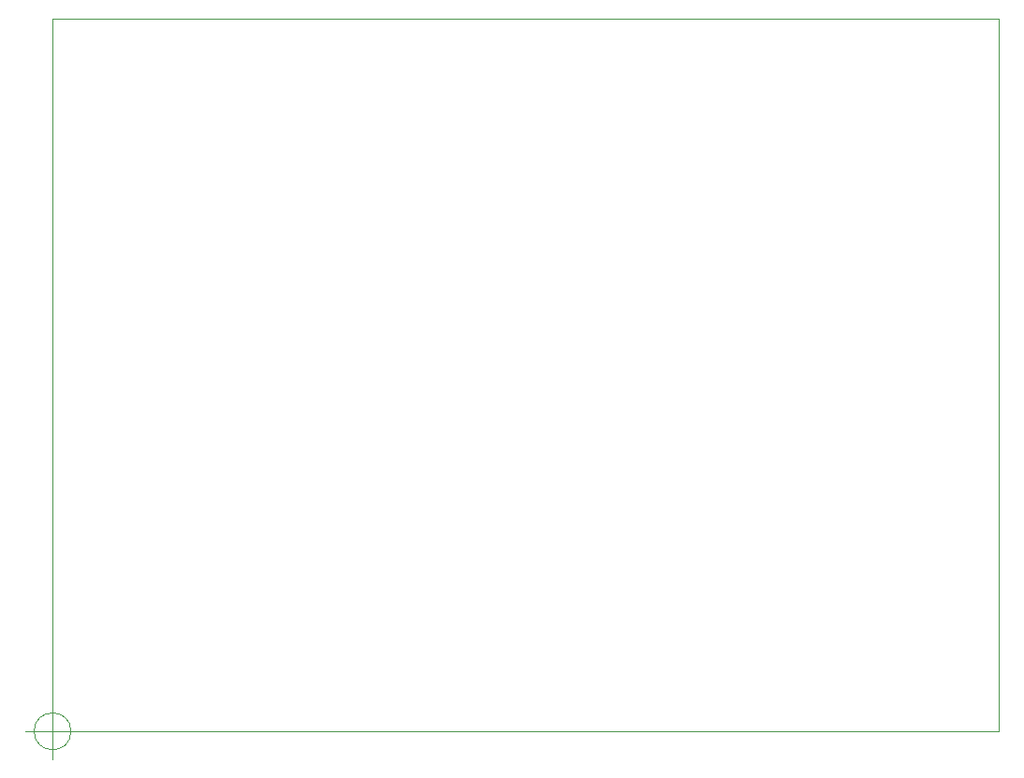
<source format=gm1>
G04 #@! TF.GenerationSoftware,KiCad,Pcbnew,(6.0.1)*
G04 #@! TF.CreationDate,2022-04-24T16:27:43-07:00*
G04 #@! TF.ProjectId,AudioAmp,41756469-6f41-46d7-902e-6b696361645f,rev?*
G04 #@! TF.SameCoordinates,Original*
G04 #@! TF.FileFunction,Profile,NP*
%FSLAX46Y46*%
G04 Gerber Fmt 4.6, Leading zero omitted, Abs format (unit mm)*
G04 Created by KiCad (PCBNEW (6.0.1)) date 2022-04-24 16:27:43*
%MOMM*%
%LPD*%
G01*
G04 APERTURE LIST*
G04 #@! TA.AperFunction,Profile*
%ADD10C,0.100000*%
G04 #@! TD*
G04 APERTURE END LIST*
D10*
X96500000Y-67000000D02*
X182100000Y-67000000D01*
X182100000Y-67000000D02*
X182100000Y-131500000D01*
X182100000Y-131500000D02*
X96500000Y-131500000D01*
X96500000Y-131500000D02*
X96500000Y-67000000D01*
X98166666Y-131500000D02*
G75*
G03*
X98166666Y-131500000I-1666666J0D01*
G01*
X94000000Y-131500000D02*
X99000000Y-131500000D01*
X96500000Y-129000000D02*
X96500000Y-134000000D01*
M02*

</source>
